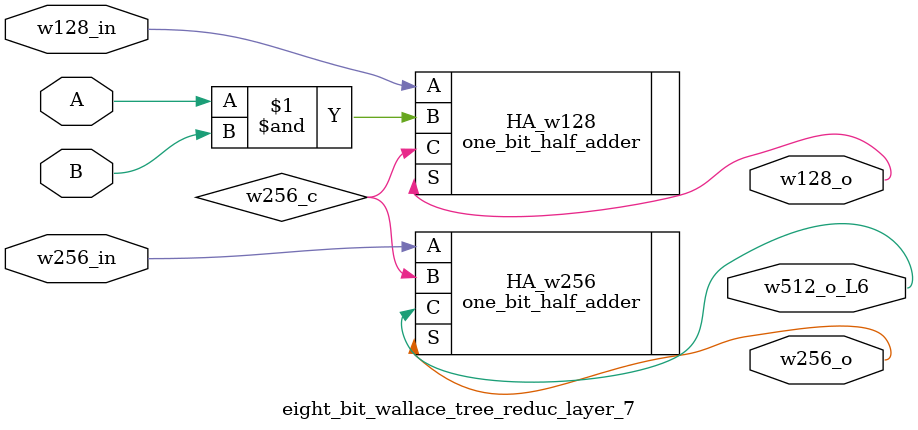
<source format=v>
module eight_bit_wallace_tree_reduc_layer_7 (
	input A,											// reduced 8-bit input integers
	input B,
	input w128_in, w256_in,     	// 1-bit adder inputs
	output w512_o_L6,									// 1-bit propogated output to layer 6
	output w128_o, w256_o								// 1-bit direct output sums
);

wire w256_c;


// WEIGHT 128 (2^7) //

one_bit_half_adder HA_w128 (
	.A( w128_in ),
	.B( A & B ),
	.S( w128_o ),
	.C( w256_c )
);

// WEIGHT 256 (2^8) //

one_bit_half_adder HA_w256 (
	.A( w256_in ),
	.B( w256_c ),
	.S( w256_o ),
	.C( w512_o_L6 )
);

endmodule

</source>
